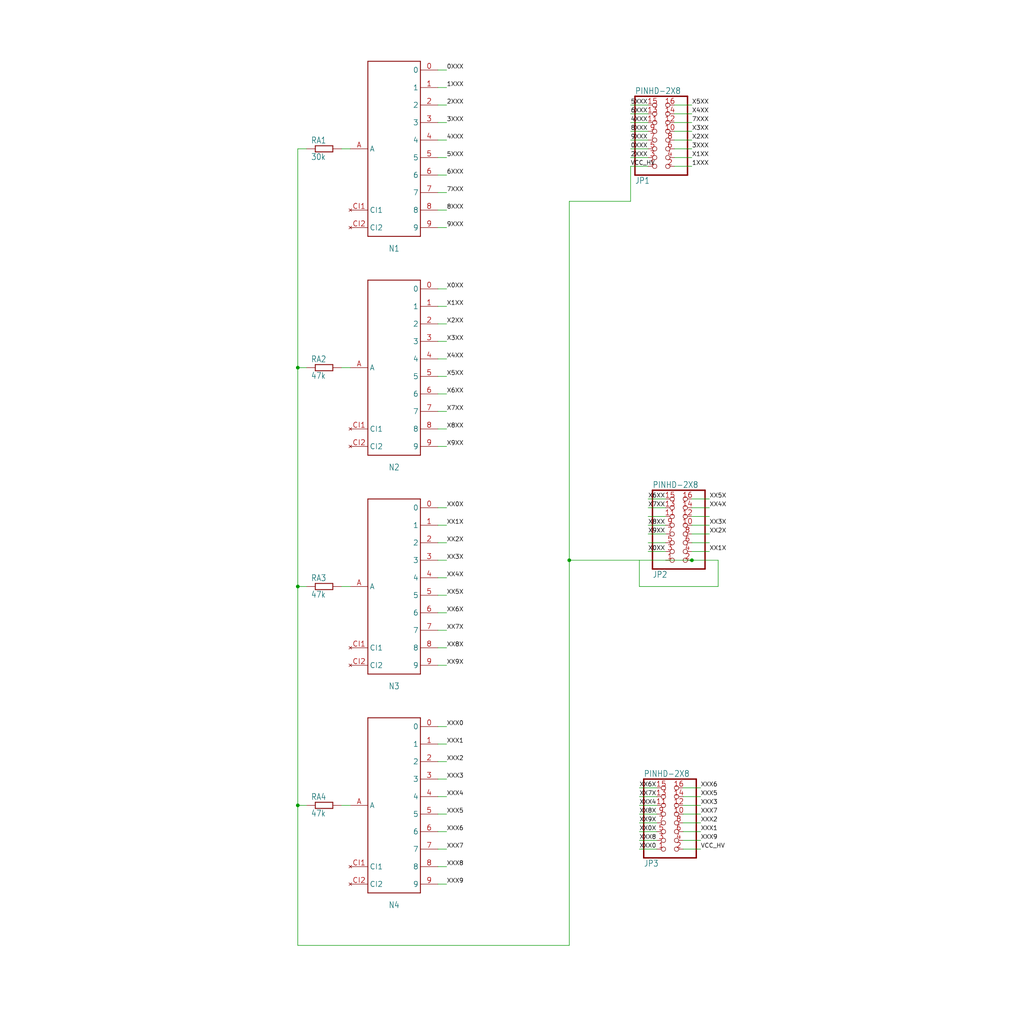
<source format=kicad_sch>
(kicad_sch (version 20250114) (generator "eeschema") (generator_version "9.0")
  (paper "User" 297.002 294.843)
  (lib_symbols
    (symbol "NixieBoard-eagle-import:F9057TUBE"
      (symbol "F9057TUBE_1_0"
        (polyline (pts (xy -7.62 25.4) (xy 7.62 25.4)) (stroke (width 0.254)))
        (polyline (pts (xy -7.62 -25.4) (xy -7.62 25.4)) (stroke (width 0.254)))
        (polyline (pts (xy 7.62 25.4) (xy 7.62 -25.4)) (stroke (width 0.254)))
        (polyline (pts (xy 7.62 -25.4) (xy -7.62 -25.4)) (stroke (width 0.254)))
        (pin power_in line (at -12.7 0 0) (length 5.08) (name "A") (number "A"))
        (pin no_connect line (at -12.7 -17.78 0) (length 5.08) (name "CI1") (number "CI1"))
        (pin no_connect line (at -12.7 -22.86 0) (length 5.08) (name "CI2") (number "CI2"))
        (pin bidirectional line (at 12.7 22.86 180) (length 5.08) (name "0") (number "0"))
        (pin bidirectional line (at 12.7 17.78 180) (length 5.08) (name "1") (number "1"))
        (pin bidirectional line (at 12.7 12.7 180) (length 5.08) (name "2") (number "2"))
        (pin bidirectional line (at 12.7 7.62 180) (length 5.08) (name "3") (number "3"))
        (pin bidirectional line (at 12.7 2.54 180) (length 5.08) (name "4") (number "4"))
        (pin bidirectional line (at 12.7 -2.54 180) (length 5.08) (name "5") (number "5"))
        (pin bidirectional line (at 12.7 -7.62 180) (length 5.08) (name "6") (number "6"))
        (pin bidirectional line (at 12.7 -12.7 180) (length 5.08) (name "7") (number "7"))
        (pin bidirectional line (at 12.7 -17.78 180) (length 5.08) (name "8") (number "8"))
        (pin bidirectional line (at 12.7 -22.86 180) (length 5.08) (name "9") (number "9"))
      )
    )
    (symbol "NixieBoard-eagle-import:PINHD-2X8"
      (property "Reference" "JP" (at -6.35 10.795 0))
      (symbol "PINHD-2X8_1_0"
        (polyline (pts (xy -6.35 10.16) (xy -6.35 -12.7)) (stroke (width 0.4064)))
        (polyline (pts (xy -6.35 -12.7) (xy 8.89 -12.7)) (stroke (width 0.4064)))
        (polyline (pts (xy 8.89 10.16) (xy -6.35 10.16)) (stroke (width 0.4064)))
        (polyline (pts (xy 8.89 -12.7) (xy 8.89 10.16)) (stroke (width 0.4064)))
        (pin passive inverted (at -2.54 7.62 0) (length 2.54) (name "1") (number "1"))
        (pin passive inverted (at -2.54 5.08 0) (length 2.54) (name "3") (number "3"))
        (pin passive inverted (at -2.54 2.54 0) (length 2.54) (name "5") (number "5"))
        (pin passive inverted (at -2.54 0 0) (length 2.54) (name "7") (number "7"))
        (pin passive inverted (at -2.54 -2.54 0) (length 2.54) (name "9") (number "9"))
        (pin passive inverted (at -2.54 -5.08 0) (length 2.54) (name "11") (number "11"))
        (pin passive inverted (at -2.54 -7.62 0) (length 2.54) (name "13") (number "13"))
        (pin passive inverted (at -2.54 -10.16 0) (length 2.54) (name "15") (number "15"))
        (pin passive inverted (at 5.08 7.62 180) (length 2.54) (name "2") (number "2"))
        (pin passive inverted (at 5.08 5.08 180) (length 2.54) (name "4") (number "4"))
        (pin passive inverted (at 5.08 2.54 180) (length 2.54) (name "6") (number "6"))
        (pin passive inverted (at 5.08 0 180) (length 2.54) (name "8") (number "8"))
        (pin passive inverted (at 5.08 -2.54 180) (length 2.54) (name "10") (number "10"))
        (pin passive inverted (at 5.08 -5.08 180) (length 2.54) (name "12") (number "12"))
        (pin passive inverted (at 5.08 -7.62 180) (length 2.54) (name "14") (number "14"))
        (pin passive inverted (at 5.08 -10.16 180) (length 2.54) (name "16") (number "16"))
      )
    )
    (symbol "NixieBoard-eagle-import:R-EU_R2010"
      (property "Reference" "R" (at -3.81 1.4986 0))
      (symbol "R-EU_R2010_1_0"
        (polyline (pts (xy -2.54 -0.889) (xy -2.54 0.889)) (stroke (width 0.254)))
        (polyline (pts (xy -2.54 -0.889) (xy 2.54 -0.889)) (stroke (width 0.254)))
        (polyline (pts (xy 2.54 0.889) (xy -2.54 0.889)) (stroke (width 0.254)))
        (polyline (pts (xy 2.54 -0.889) (xy 2.54 0.889)) (stroke (width 0.254)))
        (pin passive line (at -5.08 0 0) (length 2.54) (name "1") (number "1"))
        (pin passive line (at 5.08 0 180) (length 2.54) (name "2") (number "2"))
      )
    )
  )
  (junction (at 86.36 233.68))
  (junction (at 86.36 170.18))
  (junction (at 200.66 162.56))
  (junction (at 86.36 106.68))
  (junction (at 165.1 162.56))
  (wire (pts (xy 101.6 106.68) (xy 99.06 106.68)) (stroke (width 0.1524)))
  (wire (pts (xy 200.66 149.86) (xy 205.74 149.86)) (stroke (width 0.1524)))
  (wire (pts (xy 195.58 35.56) (xy 200.66 35.56)) (stroke (width 0.1524)))
  (wire (pts (xy 193.04 147.32) (xy 187.96 147.32)) (stroke (width 0.1524)))
  (wire (pts (xy 86.36 106.68) (xy 86.36 170.18)) (stroke (width 0.1524)))
  (wire (pts (xy 198.12 238.76) (xy 203.2 238.76)) (stroke (width 0.1524)))
  (wire (pts (xy 127 30.48) (xy 129.54 30.48)) (stroke (width 0.1524)))
  (wire (pts (xy 190.5 241.3) (xy 185.42 241.3)) (stroke (width 0.1524)))
  (wire (pts (xy 198.12 233.68) (xy 203.2 233.68)) (stroke (width 0.1524)))
  (wire (pts (xy 127 104.14) (xy 129.54 104.14)) (stroke (width 0.1524)))
  (wire (pts (xy 127 162.56) (xy 129.54 162.56)) (stroke (width 0.1524)))
  (wire (pts (xy 127 187.96) (xy 129.54 187.96)) (stroke (width 0.1524)))
  (wire (pts (xy 127 220.98) (xy 129.54 220.98)) (stroke (width 0.1524)))
  (wire (pts (xy 127 251.46) (xy 129.54 251.46)) (stroke (width 0.1524)))
  (wire (pts (xy 127 35.56) (xy 129.54 35.56)) (stroke (width 0.1524)))
  (wire (pts (xy 200.66 152.4) (xy 205.74 152.4)) (stroke (width 0.1524)))
  (wire (pts (xy 208.28 162.56) (xy 208.28 170.18)) (stroke (width 0.1524)))
  (wire (pts (xy 198.12 228.6) (xy 203.2 228.6)) (stroke (width 0.1524)))
  (wire (pts (xy 190.5 243.84) (xy 185.42 243.84)) (stroke (width 0.1524)))
  (wire (pts (xy 193.04 144.78) (xy 187.96 144.78)) (stroke (width 0.1524)))
  (wire (pts (xy 193.04 157.48) (xy 187.96 157.48)) (stroke (width 0.1524)))
  (wire (pts (xy 190.5 236.22) (xy 185.42 236.22)) (stroke (width 0.1524)))
  (wire (pts (xy 200.66 147.32) (xy 205.74 147.32)) (stroke (width 0.1524)))
  (wire (pts (xy 200.66 157.48) (xy 205.74 157.48)) (stroke (width 0.1524)))
  (wire (pts (xy 190.5 246.38) (xy 185.42 246.38)) (stroke (width 0.1524)))
  (wire (pts (xy 127 50.8) (xy 129.54 50.8)) (stroke (width 0.1524)))
  (wire (pts (xy 88.9 106.68) (xy 86.36 106.68)) (stroke (width 0.1524)))
  (wire (pts (xy 127 241.3) (xy 129.54 241.3)) (stroke (width 0.1524)))
  (wire (pts (xy 198.12 236.22) (xy 203.2 236.22)) (stroke (width 0.1524)))
  (wire (pts (xy 195.58 43.18) (xy 200.66 43.18)) (stroke (width 0.1524)))
  (wire (pts (xy 127 193.04) (xy 129.54 193.04)) (stroke (width 0.1524)))
  (wire (pts (xy 200.66 144.78) (xy 205.74 144.78)) (stroke (width 0.1524)))
  (wire (pts (xy 193.04 152.4) (xy 187.96 152.4)) (stroke (width 0.1524)))
  (wire (pts (xy 127 119.38) (xy 129.54 119.38)) (stroke (width 0.1524)))
  (wire (pts (xy 200.66 160.02) (xy 205.74 160.02)) (stroke (width 0.1524)))
  (wire (pts (xy 86.36 43.18) (xy 86.36 106.68)) (stroke (width 0.1524)))
  (wire (pts (xy 101.6 170.18) (xy 99.06 170.18)) (stroke (width 0.1524)))
  (wire (pts (xy 127 99.06) (xy 129.54 99.06)) (stroke (width 0.1524)))
  (wire (pts (xy 101.6 43.18) (xy 99.06 43.18)) (stroke (width 0.1524)))
  (wire (pts (xy 198.12 243.84) (xy 203.2 243.84)) (stroke (width 0.1524)))
  (wire (pts (xy 127 66.04) (xy 129.54 66.04)) (stroke (width 0.1524)))
  (wire (pts (xy 165.1 162.56) (xy 200.66 162.56)) (stroke (width 0.1524)))
  (wire (pts (xy 101.6 233.68) (xy 99.06 233.68)) (stroke (width 0.1524)))
  (wire (pts (xy 127 114.3) (xy 129.54 114.3)) (stroke (width 0.1524)))
  (wire (pts (xy 200.66 162.56) (xy 208.28 162.56)) (stroke (width 0.1524)))
  (wire (pts (xy 86.36 274.32) (xy 165.1 274.32)) (stroke (width 0.1524)))
  (wire (pts (xy 193.04 149.86) (xy 187.96 149.86)) (stroke (width 0.1524)))
  (wire (pts (xy 127 20.32) (xy 129.54 20.32)) (stroke (width 0.1524)))
  (wire (pts (xy 195.58 45.72) (xy 200.66 45.72)) (stroke (width 0.1524)))
  (wire (pts (xy 187.96 33.02) (xy 182.88 33.02)) (stroke (width 0.1524)))
  (wire (pts (xy 200.66 154.94) (xy 205.74 154.94)) (stroke (width 0.1524)))
  (wire (pts (xy 127 45.72) (xy 129.54 45.72)) (stroke (width 0.1524)))
  (wire (pts (xy 86.36 170.18) (xy 86.36 233.68)) (stroke (width 0.1524)))
  (wire (pts (xy 198.12 246.38) (xy 203.2 246.38)) (stroke (width 0.1524)))
  (wire (pts (xy 187.96 35.56) (xy 182.88 35.56)) (stroke (width 0.1524)))
  (wire (pts (xy 182.88 58.42) (xy 165.1 58.42)) (stroke (width 0.1524)))
  (wire (pts (xy 127 83.82) (xy 129.54 83.82)) (stroke (width 0.1524)))
  (wire (pts (xy 187.96 48.26) (xy 182.88 48.26)) (stroke (width 0.1524)))
  (wire (pts (xy 127 231.14) (xy 129.54 231.14)) (stroke (width 0.1524)))
  (wire (pts (xy 127 182.88) (xy 129.54 182.88)) (stroke (width 0.1524)))
  (wire (pts (xy 127 215.9) (xy 129.54 215.9)) (stroke (width 0.1524)))
  (wire (pts (xy 127 88.9) (xy 129.54 88.9)) (stroke (width 0.1524)))
  (wire (pts (xy 127 210.82) (xy 129.54 210.82)) (stroke (width 0.1524)))
  (wire (pts (xy 198.12 241.3) (xy 203.2 241.3)) (stroke (width 0.1524)))
  (wire (pts (xy 127 60.96) (xy 129.54 60.96)) (stroke (width 0.1524)))
  (wire (pts (xy 182.88 48.26) (xy 182.88 58.42)) (stroke (width 0.1524)))
  (wire (pts (xy 127 129.54) (xy 129.54 129.54)) (stroke (width 0.1524)))
  (wire (pts (xy 127 256.54) (xy 129.54 256.54)) (stroke (width 0.1524)))
  (wire (pts (xy 127 40.64) (xy 129.54 40.64)) (stroke (width 0.1524)))
  (wire (pts (xy 88.9 43.18) (xy 86.36 43.18)) (stroke (width 0.1524)))
  (wire (pts (xy 127 152.4) (xy 129.54 152.4)) (stroke (width 0.1524)))
  (wire (pts (xy 127 147.32) (xy 129.54 147.32)) (stroke (width 0.1524)))
  (wire (pts (xy 208.28 170.18) (xy 185.42 170.18)) (stroke (width 0.1524)))
  (wire (pts (xy 86.36 233.68) (xy 86.36 274.32)) (stroke (width 0.1524)))
  (wire (pts (xy 190.5 228.6) (xy 185.42 228.6)) (stroke (width 0.1524)))
  (wire (pts (xy 88.9 233.68) (xy 86.36 233.68)) (stroke (width 0.1524)))
  (wire (pts (xy 127 124.46) (xy 129.54 124.46)) (stroke (width 0.1524)))
  (wire (pts (xy 190.5 238.76) (xy 185.42 238.76)) (stroke (width 0.1524)))
  (wire (pts (xy 195.58 30.48) (xy 200.66 30.48)) (stroke (width 0.1524)))
  (wire (pts (xy 195.58 48.26) (xy 200.66 48.26)) (stroke (width 0.1524)))
  (wire (pts (xy 187.96 43.18) (xy 182.88 43.18)) (stroke (width 0.1524)))
  (wire (pts (xy 127 109.22) (xy 129.54 109.22)) (stroke (width 0.1524)))
  (wire (pts (xy 187.96 40.64) (xy 182.88 40.64)) (stroke (width 0.1524)))
  (wire (pts (xy 127 177.8) (xy 129.54 177.8)) (stroke (width 0.1524)))
  (wire (pts (xy 193.04 154.94) (xy 187.96 154.94)) (stroke (width 0.1524)))
  (wire (pts (xy 127 25.4) (xy 129.54 25.4)) (stroke (width 0.1524)))
  (wire (pts (xy 187.96 45.72) (xy 182.88 45.72)) (stroke (width 0.1524)))
  (wire (pts (xy 195.58 38.1) (xy 200.66 38.1)) (stroke (width 0.1524)))
  (wire (pts (xy 127 246.38) (xy 129.54 246.38)) (stroke (width 0.1524)))
  (wire (pts (xy 193.04 160.02) (xy 187.96 160.02)) (stroke (width 0.1524)))
  (wire (pts (xy 187.96 38.1) (xy 182.88 38.1)) (stroke (width 0.1524)))
  (wire (pts (xy 198.12 231.14) (xy 203.2 231.14)) (stroke (width 0.1524)))
  (wire (pts (xy 195.58 40.64) (xy 200.66 40.64)) (stroke (width 0.1524)))
  (wire (pts (xy 127 167.64) (xy 129.54 167.64)) (stroke (width 0.1524)))
  (wire (pts (xy 127 93.98) (xy 129.54 93.98)) (stroke (width 0.1524)))
  (wire (pts (xy 195.58 33.02) (xy 200.66 33.02)) (stroke (width 0.1524)))
  (wire (pts (xy 127 172.72) (xy 129.54 172.72)) (stroke (width 0.1524)))
  (wire (pts (xy 88.9 170.18) (xy 86.36 170.18)) (stroke (width 0.1524)))
  (wire (pts (xy 185.42 170.18) (xy 185.42 162.56)) (stroke (width 0.1524)))
  (wire (pts (xy 165.1 58.42) (xy 165.1 162.56)) (stroke (width 0.1524)))
  (wire (pts (xy 127 226.06) (xy 129.54 226.06)) (stroke (width 0.1524)))
  (wire (pts (xy 127 55.88) (xy 129.54 55.88)) (stroke (width 0.1524)))
  (wire (pts (xy 165.1 162.56) (xy 165.1 274.32)) (stroke (width 0.1524)))
  (wire (pts (xy 187.96 30.48) (xy 182.88 30.48)) (stroke (width 0.1524)))
  (wire (pts (xy 190.5 233.68) (xy 185.42 233.68)) (stroke (width 0.1524)))
  (wire (pts (xy 190.5 231.14) (xy 185.42 231.14)) (stroke (width 0.1524)))
  (wire (pts (xy 127 157.48) (xy 129.54 157.48)) (stroke (width 0.1524)))
  (wire (pts (xy 127 236.22) (xy 129.54 236.22)) (stroke (width 0.1524)))
  (label "X2XX" (at 200.66 40.64 0) (effects (font (size 1.2446 1.2446))))
  (label "X5XX" (at 200.66 30.48 0) (effects (font (size 1.2446 1.2446))))
  (label "3XXX" (at 200.66 43.18 0) (effects (font (size 1.2446 1.2446))))
  (label "XXX6" (at 129.54 241.3 0) (effects (font (size 1.2446 1.2446))))
  (label "X8XX" (at 129.54 124.46 0) (effects (font (size 1.2446 1.2446))))
  (label "XXX7" (at 129.54 246.38 0) (effects (font (size 1.2446 1.2446))))
  (label "4XXX" (at 182.88 35.56 0) (effects (font (size 1.2446 1.2446))))
  (label "XXX1" (at 203.2 241.3 0) (effects (font (size 1.2446 1.2446))))
  (label "2XXX" (at 129.54 30.48 0) (effects (font (size 1.2446 1.2446))))
  (label "5XXX" (at 129.54 45.72 0) (effects (font (size 1.2446 1.2446))))
  (label "8XXX" (at 129.54 60.96 0) (effects (font (size 1.2446 1.2446))))
  (label "X1XX" (at 129.54 88.9 0) (effects (font (size 1.2446 1.2446))))
  (label "XX3X" (at 205.74 152.4 0) (effects (font (size 1.2446 1.2446))))
  (label "XX7X" (at 185.42 231.14 0) (effects (font (size 1.2446 1.2446))))
  (label "7XXX" (at 129.54 55.88 0) (effects (font (size 1.2446 1.2446))))
  (label "XXX6" (at 203.2 228.6 0) (effects (font (size 1.2446 1.2446))))
  (label "XXX2" (at 129.54 220.98 0) (effects (font (size 1.2446 1.2446))))
  (label "XX0X" (at 185.42 241.3 0) (effects (font (size 1.2446 1.2446))))
  (label "8XXX" (at 182.88 38.1 0) (effects (font (size 1.2446 1.2446))))
  (label "XX6X" (at 185.42 228.6 0) (effects (font (size 1.2446 1.2446))))
  (label "X0XX" (at 187.96 160.02 0) (effects (font (size 1.2446 1.2446))))
  (label "XXX3" (at 203.2 233.68 0) (effects (font (size 1.2446 1.2446))))
  (label "VCC_HV" (at 182.88 48.26 0) (effects (font (size 1.2446 1.2446))))
  (label "6XXX" (at 129.54 50.8 0) (effects (font (size 1.2446 1.2446))))
  (label "0XXX" (at 182.88 43.18 0) (effects (font (size 1.2446 1.2446))))
  (label "XXX8" (at 185.42 243.84 0) (effects (font (size 1.2446 1.2446))))
  (label "X9XX" (at 129.54 129.54 0) (effects (font (size 1.2446 1.2446))))
  (label "XX1X" (at 205.74 160.02 0) (effects (font (size 1.2446 1.2446))))
  (label "1XXX" (at 200.66 48.26 0) (effects (font (size 1.2446 1.2446))))
  (label "X4XX" (at 129.54 104.14 0) (effects (font (size 1.2446 1.2446))))
  (label "XXX0" (at 129.54 210.82 0) (effects (font (size 1.2446 1.2446))))
  (label "0XXX" (at 129.54 20.32 0) (effects (font (size 1.2446 1.2446))))
  (label "XX8X" (at 129.54 187.96 0) (effects (font (size 1.2446 1.2446))))
  (label "X1XX" (at 200.66 45.72 0) (effects (font (size 1.2446 1.2446))))
  (label "X7XX" (at 129.54 119.38 0) (effects (font (size 1.2446 1.2446))))
  (label "XXX5" (at 129.54 236.22 0) (effects (font (size 1.2446 1.2446))))
  (label "7XXX" (at 200.66 35.56 0) (effects (font (size 1.2446 1.2446))))
  (label "X4XX" (at 200.66 33.02 0) (effects (font (size 1.2446 1.2446))))
  (label "9XXX" (at 129.54 66.04 0) (effects (font (size 1.2446 1.2446))))
  (label "X7XX" (at 187.96 147.32 0) (effects (font (size 1.2446 1.2446))))
  (label "XXX3" (at 129.54 226.06 0) (effects (font (size 1.2446 1.2446))))
  (label "XX1X" (at 129.54 152.4 0) (effects (font (size 1.2446 1.2446))))
  (label "XXX5" (at 203.2 231.14 0) (effects (font (size 1.2446 1.2446))))
  (label "5XXX" (at 182.88 30.48 0) (effects (font (size 1.2446 1.2446))))
  (label "6XXX" (at 182.88 33.02 0) (effects (font (size 1.2446 1.2446))))
  (label "9XXX" (at 182.88 40.64 0) (effects (font (size 1.2446 1.2446))))
  (label "XX0X" (at 129.54 147.32 0) (effects (font (size 1.2446 1.2446))))
  (label "X6XX" (at 187.96 144.78 0) (effects (font (size 1.2446 1.2446))))
  (label "XXX8" (at 129.54 251.46 0) (effects (font (size 1.2446 1.2446))))
  (label "XX7X" (at 129.54 182.88 0) (effects (font (size 1.2446 1.2446))))
  (label "XXX9" (at 203.2 243.84 0) (effects (font (size 1.2446 1.2446))))
  (label "4XXX" (at 129.54 40.64 0) (effects (font (size 1.2446 1.2446))))
  (label "XX3X" (at 129.54 162.56 0) (effects (font (size 1.2446 1.2446))))
  (label "1XXX" (at 129.54 25.4 0) (effects (font (size 1.2446 1.2446))))
  (label "X5XX" (at 129.54 109.22 0) (effects (font (size 1.2446 1.2446))))
  (label "XXX1" (at 129.54 215.9 0) (effects (font (size 1.2446 1.2446))))
  (label "X8XX" (at 187.96 152.4 0) (effects (font (size 1.2446 1.2446))))
  (label "X3XX" (at 129.54 99.06 0) (effects (font (size 1.2446 1.2446))))
  (label "XX5X" (at 205.74 144.78 0) (effects (font (size 1.2446 1.2446))))
  (label "X6XX" (at 129.54 114.3 0) (effects (font (size 1.2446 1.2446))))
  (label "XXX2" (at 203.2 238.76 0) (effects (font (size 1.2446 1.2446))))
  (label "VCC_HV" (at 203.2 246.38 0) (effects (font (size 1.2446 1.2446))))
  (label "XX2X" (at 129.54 157.48 0) (effects (font (size 1.2446 1.2446))))
  (label "XX6X" (at 129.54 177.8 0) (effects (font (size 1.2446 1.2446))))
  (label "XXX0" (at 185.42 246.38 0) (effects (font (size 1.2446 1.2446))))
  (label "XX4X" (at 205.74 147.32 0) (effects (font (size 1.2446 1.2446))))
  (label "XX2X" (at 205.74 154.94 0) (effects (font (size 1.2446 1.2446))))
  (label "XX9X" (at 185.42 238.76 0) (effects (font (size 1.2446 1.2446))))
  (label "X9XX" (at 187.96 154.94 0) (effects (font (size 1.2446 1.2446))))
  (label "X2XX" (at 129.54 93.98 0) (effects (font (size 1.2446 1.2446))))
  (label "XX9X" (at 129.54 193.04 0) (effects (font (size 1.2446 1.2446))))
  (label "2XXX" (at 182.88 45.72 0) (effects (font (size 1.2446 1.2446))))
  (label "3XXX" (at 129.54 35.56 0) (effects (font (size 1.2446 1.2446))))
  (label "XXX4" (at 129.54 231.14 0) (effects (font (size 1.2446 1.2446))))
  (label "XXX4" (at 185.42 233.68 0) (effects (font (size 1.2446 1.2446))))
  (label "XX5X" (at 129.54 172.72 0) (effects (font (size 1.2446 1.2446))))
  (label "XXX9" (at 129.54 256.54 0) (effects (font (size 1.2446 1.2446))))
  (label "XX8X" (at 185.42 236.22 0) (effects (font (size 1.2446 1.2446))))
  (label "X3XX" (at 200.66 38.1 0) (effects (font (size 1.2446 1.2446))))
  (label "X0XX" (at 129.54 83.82 0) (effects (font (size 1.2446 1.2446))))
  (label "XX4X" (at 129.54 167.64 0) (effects (font (size 1.2446 1.2446))))
  (label "XXX7" (at 203.2 236.22 0) (effects (font (size 1.2446 1.2446))))
  (symbol (lib_id "NixieBoard-eagle-import:R-EU_R2010") (at 93.98 106.68 0) (unit 1)
    (property "Reference" "RA2" (at 90.17 105.1814 0) (effects (font (size 1.778 1.5113)) (justify left bottom)))
    (property "Value" "47k" (at 90.17 109.982 0) (effects (font (size 1.778 1.5113)) (justify left bottom)))
    (property "Footprint" "NixieBoard:R2010" (effects (hide yes)))
  )
  (symbol (lib_id "NixieBoard-eagle-import:PINHD-2X8") (at 195.58 154.94 0) (mirror x) (unit 1)
    (property "Reference" "JP2" (at 189.23 165.735 0) (effects (font (size 1.778 1.5113)) (justify left bottom)))
    (property "Value" "PINHD-2X8" (at 189.23 139.7 0) (effects (font (size 1.778 1.5113)) (justify left bottom)))
    (property "Footprint" "NixieBoard:2X08" (effects (hide yes)))
  )
  (symbol (lib_id "NixieBoard-eagle-import:PINHD-2X8") (at 193.04 238.76 0) (mirror x) (unit 1)
    (property "Reference" "JP3" (at 186.69 249.555 0) (effects (font (size 1.778 1.5113)) (justify left bottom)))
    (property "Value" "PINHD-2X8" (at 186.69 223.52 0) (effects (font (size 1.778 1.5113)) (justify left bottom)))
    (property "Footprint" "NixieBoard:2X08" (effects (hide yes)))
  )
  (symbol (lib_id "NixieBoard-eagle-import:R-EU_R2010") (at 93.98 170.18 0) (unit 1)
    (property "Reference" "RA3" (at 90.17 168.6814 0) (effects (font (size 1.778 1.5113)) (justify left bottom)))
    (property "Value" "47k" (at 90.17 173.482 0) (effects (font (size 1.778 1.5113)) (justify left bottom)))
    (property "Footprint" "NixieBoard:R2010" (effects (hide yes)))
  )
  (symbol (lib_id "NixieBoard-eagle-import:R-EU_R2010") (at 93.98 233.68 0) (unit 1)
    (property "Reference" "RA4" (at 90.17 232.1814 0) (effects (font (size 1.778 1.5113)) (justify left bottom)))
    (property "Value" "47k" (at 90.17 236.982 0) (effects (font (size 1.778 1.5113)) (justify left bottom)))
    (property "Footprint" "NixieBoard:R2010" (effects (hide yes)))
  )
  (symbol (lib_id "NixieBoard-eagle-import:F9057TUBE") (at 114.3 233.68 0) (unit 1)
    (property "Reference" "N4" (at 114.3 261.62 0) (effects (font (size 1.778 1.5113)) (justify top)))
    (property "Value" "F9057TUBE" (effects (hide yes)))
    (property "Footprint" "NixieBoard:F9057PIN" (effects (hide yes)))
  )
  (symbol (lib_id "NixieBoard-eagle-import:F9057TUBE") (at 114.3 170.18 0) (unit 1)
    (property "Reference" "N3" (at 114.3 198.12 0) (effects (font (size 1.778 1.5113)) (justify top)))
    (property "Value" "F9057TUBE" (effects (hide yes)))
    (property "Footprint" "NixieBoard:F9057PIN" (effects (hide yes)))
  )
  (symbol (lib_id "NixieBoard-eagle-import:F9057TUBE") (at 114.3 43.18 0) (unit 1)
    (property "Reference" "N1" (at 114.3 71.12 0) (effects (font (size 1.778 1.5113)) (justify top)))
    (property "Value" "F9057TUBE" (effects (hide yes)))
    (property "Footprint" "NixieBoard:F9057PIN" (effects (hide yes)))
  )
  (symbol (lib_id "NixieBoard-eagle-import:R-EU_R2010") (at 93.98 43.18 0) (unit 1)
    (property "Reference" "RA1" (at 90.17 41.6814 0) (effects (font (size 1.778 1.5113)) (justify left bottom)))
    (property "Value" "30k" (at 90.17 46.482 0) (effects (font (size 1.778 1.5113)) (justify left bottom)))
    (property "Footprint" "NixieBoard:R2010" (effects (hide yes)))
  )
  (symbol (lib_id "NixieBoard-eagle-import:PINHD-2X8") (at 190.5 40.64 0) (mirror x) (unit 1)
    (property "Reference" "JP1" (at 184.15 51.435 0) (effects (font (size 1.778 1.5113)) (justify left bottom)))
    (property "Value" "PINHD-2X8" (at 184.15 25.4 0) (effects (font (size 1.778 1.5113)) (justify left bottom)))
    (property "Footprint" "NixieBoard:2X08" (effects (hide yes)))
  )
  (symbol (lib_id "NixieBoard-eagle-import:F9057TUBE") (at 114.3 106.68 0) (unit 1)
    (property "Reference" "N2" (at 114.3 134.62 0) (effects (font (size 1.778 1.5113)) (justify top)))
    (property "Value" "F9057TUBE" (effects (hide yes)))
    (property "Footprint" "NixieBoard:F9057PIN" (effects (hide yes)))
  )
)
</source>
